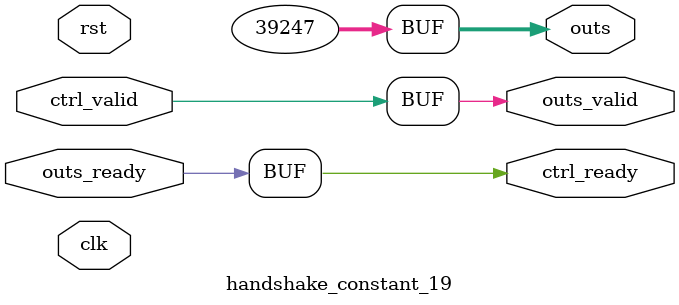
<source format=v>
`timescale 1ns / 1ps
module handshake_constant_19 #(
  parameter DATA_WIDTH = 32  // Default set to 32 bits
) (
  input                       clk,
  input                       rst,
  // Input Channel
  input                       ctrl_valid,
  output                      ctrl_ready,
  // Output Channel
  output [DATA_WIDTH - 1 : 0] outs,
  output                      outs_valid,
  input                       outs_ready
);
  assign outs       = 17'b01001100101001111;
  assign outs_valid = ctrl_valid;
  assign ctrl_ready = outs_ready;

endmodule

</source>
